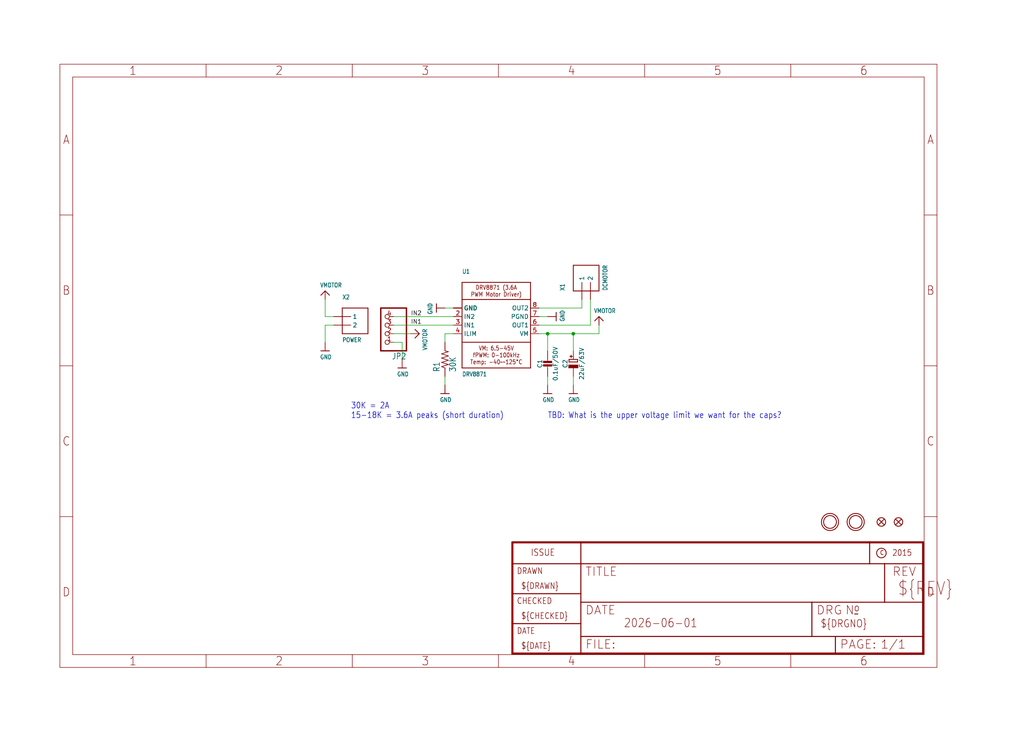
<source format=kicad_sch>
(kicad_sch (version 20230121) (generator eeschema)
  (paper "User" 303.962 217.322)
  (lib_symbols
    (symbol "working-eagle-import:CAP_CERAMIC0805-NOOUTLINE"
      (property "Reference" "C" (at -2.29 1.25 90))
      (symbol "CAP_CERAMIC0805-NOOUTLINE_1_0"
        (rectangle (start -1.27 0.508) (end 1.27 1.016) (fill (type outline)))
        (rectangle (start -1.27 1.524) (end 1.27 2.032) (fill (type outline)))
        (polyline (pts (xy 0 0.762) (xy 0 0)) (stroke (width 0.1524)))
        (polyline (pts (xy 0 2.54) (xy 0 1.778)) (stroke (width 0.1524)))
        (pin passive line (at 0 5.08 270) (length 2.54) (name "1") (number "1"))
        (pin passive line (at 0 -2.54 90) (length 2.54) (name "2") (number "2"))
      )
    )
    (symbol "working-eagle-import:CAP_ELECTROLYTICPANASONIC_D"
      (property "Reference" "C" (at -2.39 1.25 90))
      (symbol "CAP_ELECTROLYTICPANASONIC_D_1_0"
        (rectangle (start -1.397 0) (end 1.397 0.889) (fill (type outline)))
        (polyline (pts (xy -1.27 1.778) (xy -1.27 2.54)) (stroke (width 0.254)))
        (polyline (pts (xy -1.27 2.54) (xy 1.27 2.54)) (stroke (width 0.254)))
        (polyline (pts (xy -1.016 3.429) (xy -0.254 3.429)) (stroke (width 0.254)))
        (polyline (pts (xy -0.635 3.81) (xy -0.635 3.048)) (stroke (width 0.254)))
        (polyline (pts (xy 1.27 1.778) (xy -1.27 1.778)) (stroke (width 0.254)))
        (polyline (pts (xy 1.27 2.54) (xy 1.27 1.778)) (stroke (width 0.254)))
        (pin passive line (at 0 5.08 270) (length 2.54) (name "+") (number "+"))
        (pin passive line (at 0 -2.54 90) (length 2.54) (name "-") (number "-"))
      )
    )
    (symbol "working-eagle-import:DRV8871"
      (property "Reference" "U" (at -10.16 15.24 0))
      (symbol "DRV8871_1_0"
        (polyline (pts (xy -10.16 -12.7) (xy 10.16 -12.7)) (stroke (width 0.254)))
        (polyline (pts (xy -10.16 -5.08) (xy -10.16 -12.7)) (stroke (width 0.254)))
        (polyline (pts (xy -10.16 -5.08) (xy -10.16 7.62)) (stroke (width 0.254)))
        (polyline (pts (xy -10.16 7.62) (xy -10.16 12.7)) (stroke (width 0.254)))
        (polyline (pts (xy -10.16 7.62) (xy 10.16 7.62)) (stroke (width 0.254)))
        (polyline (pts (xy -10.16 12.7) (xy 10.16 12.7)) (stroke (width 0.254)))
        (polyline (pts (xy 10.16 -12.7) (xy 10.16 -5.08)) (stroke (width 0.254)))
        (polyline (pts (xy 10.16 -5.08) (xy -10.16 -5.08)) (stroke (width 0.254)))
        (polyline (pts (xy 10.16 7.62) (xy 10.16 -5.08)) (stroke (width 0.254)))
        (polyline (pts (xy 10.16 12.7) (xy 10.16 7.62)) (stroke (width 0.254)))
        (text "DRV8871 (3.6A\nPWM Motor Driver)" (at 0 10.16 0) (effects (font (size 1.27 1.0795))))
        (text "VM: 6.5-45V\nfPWM: 0-100kHz\nTemp: -40~~125°C" (at 0 -8.89 0) (effects (font (size 1.27 1.0795))))
        (pin power_in line (at -12.7 5.08 0) (length 2.54) (name "GND") (number "1"))
        (pin input line (at -12.7 2.54 0) (length 2.54) (name "IN2") (number "2"))
        (pin input line (at -12.7 0 0) (length 2.54) (name "IN1") (number "3"))
        (pin input line (at -12.7 -2.54 0) (length 2.54) (name "ILIM") (number "4"))
        (pin power_in line (at 12.7 -2.54 180) (length 2.54) (name "VM") (number "5"))
        (pin output line (at 12.7 0 180) (length 2.54) (name "OUT1") (number "6"))
        (pin power_in line (at 12.7 2.54 180) (length 2.54) (name "PGND") (number "7"))
        (pin output line (at 12.7 5.08 180) (length 2.54) (name "OUT2") (number "8"))
        (pin power_in line (at -12.7 5.08 0) (length 2.54) (name "GND") (number "GND"))
        (pin power_in line (at -12.7 5.08 0) (length 2.54) (name "GND") (number "P$1"))
        (pin power_in line (at -12.7 5.08 0) (length 2.54) (name "GND") (number "P$2"))
        (pin power_in line (at -12.7 5.08 0) (length 2.54) (name "GND") (number "P$3"))
        (pin power_in line (at -12.7 5.08 0) (length 2.54) (name "GND") (number "P$4"))
      )
    )
    (symbol "working-eagle-import:FIDUCIAL{dblquote}{dblquote}"
      (symbol "FIDUCIAL{dblquote}{dblquote}_1_0"
        (polyline (pts (xy -0.762 0.762) (xy 0.762 -0.762)) (stroke (width 0.254)))
        (polyline (pts (xy 0.762 0.762) (xy -0.762 -0.762)) (stroke (width 0.254)))
        (circle (center 0 0) (radius 1.27) (stroke (width 0.254)))
      )
    )
    (symbol "working-eagle-import:FLIPFLOP-RES"
      (property "Reference" "R" (at -3.81 1.4986 0))
      (symbol "FLIPFLOP-RES_1_0"
        (polyline (pts (xy -2.54 0) (xy -2.159 1.016)) (stroke (width 0.2032)))
        (polyline (pts (xy -2.159 1.016) (xy -1.524 -1.016)) (stroke (width 0.2032)))
        (polyline (pts (xy -1.524 -1.016) (xy -0.889 1.016)) (stroke (width 0.2032)))
        (polyline (pts (xy -0.889 1.016) (xy -0.254 -1.016)) (stroke (width 0.2032)))
        (polyline (pts (xy -0.254 -1.016) (xy 0.381 1.016)) (stroke (width 0.2032)))
        (polyline (pts (xy 0.381 1.016) (xy 1.016 -1.016)) (stroke (width 0.2032)))
        (polyline (pts (xy 1.016 -1.016) (xy 1.651 1.016)) (stroke (width 0.2032)))
        (polyline (pts (xy 1.651 1.016) (xy 2.286 -1.016)) (stroke (width 0.2032)))
        (polyline (pts (xy 2.286 -1.016) (xy 2.54 0)) (stroke (width 0.2032)))
        (pin passive line (at -5.08 0 0) (length 2.54) (name "1") (number "1"))
        (pin passive line (at 5.08 0 180) (length 2.54) (name "2") (number "2"))
      )
    )
    (symbol "working-eagle-import:FRAME_A4"
      (symbol "FRAME_A4_1_0"
        (polyline (pts (xy 0 44.7675) (xy 3.81 44.7675)))
        (polyline (pts (xy 0 89.535) (xy 3.81 89.535)))
        (polyline (pts (xy 0 134.3025) (xy 3.81 134.3025)))
        (polyline (pts (xy 3.81 3.81) (xy 3.81 175.26)))
        (polyline (pts (xy 43.3917 0) (xy 43.3917 3.81)))
        (polyline (pts (xy 43.3917 175.26) (xy 43.3917 179.07)))
        (polyline (pts (xy 86.7833 0) (xy 86.7833 3.81)))
        (polyline (pts (xy 86.7833 175.26) (xy 86.7833 179.07)))
        (polyline (pts (xy 130.175 0) (xy 130.175 3.81)))
        (polyline (pts (xy 130.175 175.26) (xy 130.175 179.07)))
        (polyline (pts (xy 173.5667 0) (xy 173.5667 3.81)))
        (polyline (pts (xy 173.5667 175.26) (xy 173.5667 179.07)))
        (polyline (pts (xy 216.9583 0) (xy 216.9583 3.81)))
        (polyline (pts (xy 216.9583 175.26) (xy 216.9583 179.07)))
        (polyline (pts (xy 256.54 3.81) (xy 3.81 3.81)))
        (polyline (pts (xy 256.54 3.81) (xy 256.54 8.89)) (stroke (width 0.1016)))
        (polyline (pts (xy 256.54 3.81) (xy 256.54 175.26)))
        (polyline (pts (xy 256.54 8.89) (xy 256.54 13.97)) (stroke (width 0.1016)))
        (polyline (pts (xy 256.54 13.97) (xy 256.54 19.05)) (stroke (width 0.1016)))
        (polyline (pts (xy 256.54 19.05) (xy 256.54 36.83)) (stroke (width 0.1016)))
        (polyline (pts (xy 256.54 44.7675) (xy 260.35 44.7675)))
        (polyline (pts (xy 256.54 89.535) (xy 260.35 89.535)))
        (polyline (pts (xy 256.54 134.3025) (xy 260.35 134.3025)))
        (polyline (pts (xy 256.54 175.26) (xy 3.81 175.26)))
        (polyline (pts (xy 0 0) (xy 260.35 0) (xy 260.35 179.07) (xy 0 179.07) (xy 0 0)))
        (text "1" (at 21.6958 1.905 0) (effects (font (size 2.54 2.286))))
        (text "1" (at 21.6958 177.165 0) (effects (font (size 2.54 2.286))))
        (text "2" (at 65.0875 1.905 0) (effects (font (size 2.54 2.286))))
        (text "2" (at 65.0875 177.165 0) (effects (font (size 2.54 2.286))))
        (text "3" (at 108.4792 1.905 0) (effects (font (size 2.54 2.286))))
        (text "3" (at 108.4792 177.165 0) (effects (font (size 2.54 2.286))))
        (text "4" (at 151.8708 1.905 0) (effects (font (size 2.54 2.286))))
        (text "4" (at 151.8708 177.165 0) (effects (font (size 2.54 2.286))))
        (text "5" (at 195.2625 1.905 0) (effects (font (size 2.54 2.286))))
        (text "5" (at 195.2625 177.165 0) (effects (font (size 2.54 2.286))))
        (text "6" (at 238.6542 1.905 0) (effects (font (size 2.54 2.286))))
        (text "6" (at 238.6542 177.165 0) (effects (font (size 2.54 2.286))))
        (text "A" (at 1.905 156.6863 0) (effects (font (size 2.54 2.286))))
        (text "A" (at 258.445 156.6863 0) (effects (font (size 2.54 2.286))))
        (text "B" (at 1.905 111.9188 0) (effects (font (size 2.54 2.286))))
        (text "B" (at 258.445 111.9188 0) (effects (font (size 2.54 2.286))))
        (text "C" (at 1.905 67.1513 0) (effects (font (size 2.54 2.286))))
        (text "C" (at 258.445 67.1513 0) (effects (font (size 2.54 2.286))))
        (text "D" (at 1.905 22.3838 0) (effects (font (size 2.54 2.286))))
        (text "D" (at 258.445 22.3838 0) (effects (font (size 2.54 2.286))))
      )
      (symbol "FRAME_A4_2_0"
        (polyline (pts (xy -0.3048 1.5748) (xy 20.0152 1.5748)) (stroke (width 0.6096)))
        (polyline (pts (xy -0.3048 10.4648) (xy -0.3048 1.5748)) (stroke (width 0.6096)))
        (polyline (pts (xy -0.3048 10.4648) (xy 20.0152 10.4648)) (stroke (width 0.3048)))
        (polyline (pts (xy -0.3048 19.3548) (xy -0.3048 10.4648)) (stroke (width 0.6096)))
        (polyline (pts (xy -0.3048 19.3548) (xy 20.0152 19.3548)) (stroke (width 0.3048)))
        (polyline (pts (xy -0.3048 28.2448) (xy -0.3048 19.3548)) (stroke (width 0.6096)))
        (polyline (pts (xy -0.3048 28.2448) (xy 20.0152 28.2448)) (stroke (width 0.3048)))
        (polyline (pts (xy -0.3048 34.5948) (xy -0.3048 28.2448)) (stroke (width 0.6096)))
        (polyline (pts (xy 20.0152 1.5748) (xy 20.0152 6.6548)) (stroke (width 0.3048)))
        (polyline (pts (xy 20.0152 1.5748) (xy 95.5802 1.5748)) (stroke (width 0.6096)))
        (polyline (pts (xy 20.0152 6.6548) (xy 20.0152 10.4648)) (stroke (width 0.3048)))
        (polyline (pts (xy 20.0152 6.6548) (xy 88.5952 6.6548)) (stroke (width 0.3048)))
        (polyline (pts (xy 20.0152 10.4648) (xy 20.0152 16.8148)) (stroke (width 0.3048)))
        (polyline (pts (xy 20.0152 16.8148) (xy 20.0152 19.3548)) (stroke (width 0.3048)))
        (polyline (pts (xy 20.0152 19.3548) (xy 20.0152 28.2448)) (stroke (width 0.3048)))
        (polyline (pts (xy 20.0152 28.2448) (xy 20.0152 34.5948)) (stroke (width 0.3048)))
        (polyline (pts (xy 20.0152 28.2448) (xy 105.7402 28.2448)) (stroke (width 0.3048)))
        (polyline (pts (xy 20.0152 34.5948) (xy -0.3048 34.5948)) (stroke (width 0.6096)))
        (polyline (pts (xy 88.5952 6.6548) (xy 95.5802 6.6548)) (stroke (width 0.3048)))
        (polyline (pts (xy 88.5952 16.8148) (xy 20.0152 16.8148)) (stroke (width 0.3048)))
        (polyline (pts (xy 88.5952 16.8148) (xy 88.5952 6.6548)) (stroke (width 0.3048)))
        (polyline (pts (xy 95.5802 1.5748) (xy 121.6152 1.5748)) (stroke (width 0.6096)))
        (polyline (pts (xy 95.5802 6.6548) (xy 95.5802 1.5748)) (stroke (width 0.3048)))
        (polyline (pts (xy 95.5802 6.6548) (xy 121.6152 6.6548)) (stroke (width 0.3048)))
        (polyline (pts (xy 101.2952 13.3223) (xy 102.2477 13.3223)) (stroke (width 0.254)))
        (polyline (pts (xy 105.7402 28.2448) (xy 105.7402 34.5948)) (stroke (width 0.3048)))
        (polyline (pts (xy 105.7402 28.2448) (xy 110.1852 28.2448)) (stroke (width 0.3048)))
        (polyline (pts (xy 105.7402 34.5948) (xy 20.0152 34.5948)) (stroke (width 0.6096)))
        (polyline (pts (xy 110.1852 16.8148) (xy 88.5952 16.8148)) (stroke (width 0.3048)))
        (polyline (pts (xy 110.1852 28.2448) (xy 110.1852 16.8148)) (stroke (width 0.3048)))
        (polyline (pts (xy 110.1852 28.2448) (xy 121.6152 28.2448)) (stroke (width 0.3048)))
        (polyline (pts (xy 121.6152 6.6548) (xy 121.6152 1.5748)) (stroke (width 0.6096)))
        (polyline (pts (xy 121.6152 16.8148) (xy 110.1852 16.8148)) (stroke (width 0.3048)))
        (polyline (pts (xy 121.6152 16.8148) (xy 121.6152 6.6548)) (stroke (width 0.6096)))
        (polyline (pts (xy 121.6152 28.2448) (xy 121.6152 16.8148)) (stroke (width 0.6096)))
        (polyline (pts (xy 121.6152 34.5948) (xy 105.7402 34.5948)) (stroke (width 0.6096)))
        (polyline (pts (xy 121.6152 34.5948) (xy 121.6152 28.2448)) (stroke (width 0.6096)))
        (circle (center 109.2327 31.4198) (radius 1.4199) (stroke (width 0.254)))
        (text "${#}/${##}" (at 108.9152 2.8448 0) (effects (font (size 2.54 2.54)) (justify left bottom)))
        (text "${CHECKED}" (at 2.2352 11.7348 0) (effects (font (size 1.778 1.5113)) (justify left bottom)))
        (text "${COMPANY}" (at 23.349 29.6735 0) (effects (font (size 3.175 2.6987) (thickness 0.5397) bold) (justify left bottom)))
        (text "${CURRENT_DATE}" (at 32.7152 9.1948 0) (effects (font (size 2.54 2.159)) (justify left bottom)))
        (text "${DATE}" (at 2.2352 2.8448 0) (effects (font (size 1.778 1.5113)) (justify left bottom)))
        (text "${DRAWN}" (at 2.2352 20.6248 0) (effects (font (size 1.778 1.5113)) (justify left bottom)))
        (text "${DRGNO}" (at 91.1352 9.1948 0) (effects (font (size 2.1844 1.8567)) (justify left bottom)))
        (text "${PROJECTNAME}" (at 33.0327 2.8448 0) (effects (font (size 2.54 2.159)) (justify left bottom)))
        (text "${REV}" (at 113.9952 18.7198 0) (effects (font (size 3.81 3.2385)) (justify left bottom)))
        (text "2015" (at 112.4077 30.4673 0) (effects (font (size 1.778 1.5113)) (justify left bottom)))
        (text "C" (at 108.7564 30.7848 0) (effects (font (size 1.27 1.0795)) (justify left bottom)))
        (text "CHECKED" (at 0.9652 16.1798 0) (effects (font (size 1.778 1.5113)) (justify left bottom)))
        (text "DATE" (at 0.9652 7.2898 0) (effects (font (size 1.778 1.5113)) (justify left bottom)))
        (text "DATE" (at 21.2852 13.0048 0) (effects (font (size 2.54 2.54)) (justify left bottom)))
        (text "DRAWN" (at 0.9652 25.0698 0) (effects (font (size 1.778 1.5113)) (justify left bottom)))
        (text "DRG" (at 89.8652 13.0048 0) (effects (font (size 2.54 2.54)) (justify left bottom)))
        (text "FILE:" (at 21.2852 2.8448 0) (effects (font (size 2.54 2.54)) (justify left bottom)))
        (text "ISSUE" (at 5.0927 30.4673 0) (effects (font (size 1.9304 1.6408)) (justify left bottom)))
        (text "N" (at 98.4377 13.0048 0) (effects (font (size 2.54 2.54)) (justify left bottom)))
        (text "o" (at 100.9777 13.9573 0) (effects (font (size 2.1844 1.8567)) (justify left bottom)))
        (text "PAGE:" (at 96.8502 2.8448 0) (effects (font (size 2.54 2.54)) (justify left bottom)))
        (text "REV" (at 112.4077 24.4348 0) (effects (font (size 2.54 2.54)) (justify left bottom)))
        (text "TITLE" (at 21.2852 24.4348 0) (effects (font (size 2.54 2.54)) (justify left bottom)))
      )
    )
    (symbol "working-eagle-import:GND" (power)
      (property "Value" "GND" (at -1.524 -2.54 0))
      (symbol "GND_1_0"
        (polyline (pts (xy -1.27 0) (xy 1.27 0)) (stroke (width 0.254)))
        (pin power_in line (at 0 2.54 270) (length 2.54) (name "GND") (number "1"))
      )
    )
    (symbol "working-eagle-import:HEADER-1X476MIL"
      (property "Reference" "JP" (at -6.35 8.255 0))
      (symbol "HEADER-1X476MIL_1_0"
        (polyline (pts (xy -6.35 -5.08) (xy 1.27 -5.08)) (stroke (width 0.4064)))
        (polyline (pts (xy -6.35 7.62) (xy -6.35 -5.08)) (stroke (width 0.4064)))
        (polyline (pts (xy 1.27 -5.08) (xy 1.27 7.62)) (stroke (width 0.4064)))
        (polyline (pts (xy 1.27 7.62) (xy -6.35 7.62)) (stroke (width 0.4064)))
        (pin passive inverted (at -2.54 5.08 0) (length 2.54) (name "1") (number "1"))
        (pin passive inverted (at -2.54 2.54 0) (length 2.54) (name "2") (number "2"))
        (pin passive inverted (at -2.54 0 0) (length 2.54) (name "3") (number "3"))
        (pin passive inverted (at -2.54 -2.54 0) (length 2.54) (name "4") (number "4"))
      )
    )
    (symbol "working-eagle-import:MOUNTINGHOLE2.5"
      (symbol "MOUNTINGHOLE2.5_1_0"
        (circle (center 0 0) (radius 1.905) (stroke (width 0.254)))
        (circle (center 0 0) (radius 2.54) (stroke (width 0.254)))
      )
    )
    (symbol "working-eagle-import:TERMBLOCK_1X2"
      (property "Reference" "X" (at -2.54 7.62 0))
      (symbol "TERMBLOCK_1X2_1_0"
        (polyline (pts (xy -2.54 -2.54) (xy 5.08 -2.54)) (stroke (width 0.254)))
        (polyline (pts (xy -2.54 5.08) (xy -2.54 -2.54)) (stroke (width 0.254)))
        (polyline (pts (xy 5.08 -2.54) (xy 5.08 5.08)) (stroke (width 0.254)))
        (polyline (pts (xy 5.08 5.08) (xy -2.54 5.08)) (stroke (width 0.254)))
        (pin passive line (at -5.08 2.54 0) (length 5.08) (name "1") (number "1"))
        (pin passive line (at -5.08 0 0) (length 5.08) (name "2") (number "2"))
      )
    )
    (symbol "working-eagle-import:VMOTOR" (power)
      (property "Value" "VMOTOR" (at -1.524 1.016 0))
      (symbol "VMOTOR_1_0"
        (polyline (pts (xy -1.27 -1.27) (xy 0 0)) (stroke (width 0.254)))
        (polyline (pts (xy 0 0) (xy 1.27 -1.27)) (stroke (width 0.254)))
        (pin power_in line (at 0 -2.54 90) (length 2.54) (name "VMOTOR") (number "1"))
      )
    )
  )
  (junction (at 162.56 99.06))
  (junction (at 170.18 99.06))
  (wire (pts (xy 96.52 96.52) (xy 96.52 101.6)) (stroke (width 0.1524)))
  (wire (pts (xy 96.52 93.98) (xy 96.52 88.9)) (stroke (width 0.1524)))
  (wire (pts (xy 172.72 91.44) (xy 172.72 88.9)) (stroke (width 0.1524)))
  (wire (pts (xy 134.62 91.44) (xy 132.08 91.44)) (stroke (width 0.1524)))
  (wire (pts (xy 162.56 104.14) (xy 162.56 99.06)) (stroke (width 0.1524)))
  (wire (pts (xy 160.02 93.98) (xy 162.56 93.98)) (stroke (width 0.1524)))
  (wire (pts (xy 160.02 91.44) (xy 172.72 91.44)) (stroke (width 0.1524)))
  (wire (pts (xy 134.62 99.06) (xy 132.08 99.06)) (stroke (width 0.1524)))
  (wire (pts (xy 132.08 111.76) (xy 132.08 114.3)) (stroke (width 0.1524)))
  (wire (pts (xy 160.02 96.52) (xy 175.26 96.52)) (stroke (width 0.1524)))
  (wire (pts (xy 170.18 111.76) (xy 170.18 114.3)) (stroke (width 0.1524)))
  (wire (pts (xy 132.08 99.06) (xy 132.08 101.6)) (stroke (width 0.1524)))
  (wire (pts (xy 99.06 93.98) (xy 96.52 93.98)) (stroke (width 0.1524)))
  (wire (pts (xy 162.56 99.06) (xy 170.18 99.06)) (stroke (width 0.1524)))
  (wire (pts (xy 116.84 101.6) (xy 119.38 101.6)) (stroke (width 0.1524)))
  (wire (pts (xy 162.56 111.76) (xy 162.56 114.3)) (stroke (width 0.1524)))
  (wire (pts (xy 175.26 96.52) (xy 175.26 88.9)) (stroke (width 0.1524)))
  (wire (pts (xy 119.38 101.6) (xy 119.38 106.68)) (stroke (width 0.1524)))
  (wire (pts (xy 134.62 96.52) (xy 116.84 96.52)) (stroke (width 0.1524)))
  (wire (pts (xy 99.06 96.52) (xy 96.52 96.52)) (stroke (width 0.1524)))
  (wire (pts (xy 160.02 99.06) (xy 162.56 99.06)) (stroke (width 0.1524)))
  (wire (pts (xy 170.18 99.06) (xy 170.18 104.14)) (stroke (width 0.1524)))
  (wire (pts (xy 134.62 93.98) (xy 116.84 93.98)) (stroke (width 0.1524)))
  (wire (pts (xy 116.84 99.06) (xy 121.92 99.06)) (stroke (width 0.1524)))
  (wire (pts (xy 170.18 99.06) (xy 177.8 99.06)) (stroke (width 0.1524)))
  (wire (pts (xy 177.8 99.06) (xy 177.8 96.52)) (stroke (width 0.1524)))
  (text "30K = 2A\n15-18K = 3.6A peaks (short duration~{})" (at 104.14 124.46 0) (effects (font (size 1.778 1.5113)) (justify left bottom)))
  (text "TBD: What is the upper voltage limit we want for the caps?" (at 162.56 124.46 0) (effects (font (size 1.778 1.5113)) (justify left bottom)))
  (label "IN1" (at 121.92 96.52 0) (effects (font (size 1.2446 1.2446))))
  (label "IN2" (at 121.92 93.98 0) (effects (font (size 1.2446 1.2446))))
  (symbol (lib_id "working-eagle-import:TERMBLOCK_1X2") (at 175.26 83.82 90) (unit 1)
    (property "Reference" "X1" (at 167.64 86.36 0) (effects (font (size 1.27 1.0795)) (justify left bottom)))
    (property "Value" "DCMOTOR" (at 180.34 86.36 0) (effects (font (size 1.27 1.0795)) (justify left bottom)))
    (property "Footprint" "working:TERMBLOCK_1X2-3.5MM" (effects hide))
  )
  (symbol (lib_id "working-eagle-import:CAP_CERAMIC0805-NOOUTLINE") (at 162.56 109.22 0) (unit 1)
    (property "Reference" "C1" (at 160.27 107.97 90))
    (property "Value" "0.1uF/50V" (at 164.86 107.97 90))
    (property "Footprint" "working:0805-NO" (effects hide))
  )
  (symbol (lib_id "working-eagle-import:FRAME_A4") (at 152.4 195.58 0) (unit 2)
    (property "Reference" "#FRAME1" (effects hide))
    (property "Value" "FRAME_A4" (effects hide))
  )
  (symbol (lib_id "working-eagle-import:GND") (at 119.38 109.22 0) (unit 1)
    (property "Reference" "#U$13" (effects hide))
    (property "Value" "GND" (at 117.856 111.76 0) (effects (font (size 1.27 1.0795)) (justify left bottom)))
  )
  (symbol (lib_id "working-eagle-import:VMOTOR") (at 124.46 99.06 270) (unit 1)
    (property "Reference" "#U$16" (effects hide))
    (property "Value" "VMOTOR" (at 125.476 97.536 0) (effects (font (size 1.27 1.0795)) (justify left bottom)))
  )
  (symbol (lib_id "working-eagle-import:GND") (at 170.18 116.84 0) (unit 1)
    (property "Reference" "#U$2" (effects hide))
    (property "Value" "GND" (at 168.656 119.38 0) (effects (font (size 1.27 1.0795)) (justify left bottom)))
  )
  (symbol (lib_id "working-eagle-import:GND") (at 162.56 116.84 0) (unit 1)
    (property "Reference" "#U$1" (effects hide))
    (property "Value" "GND" (at 161.036 119.38 0) (effects (font (size 1.27 1.0795)) (justify left bottom)))
  )
  (symbol (lib_id "working-eagle-import:HEADER-1X476MIL") (at 114.3 96.52 180) (unit 1)
    (property "Reference" "JP2" (at 120.65 104.775 0) (effects (font (size 1.778 1.5113)) (justify left bottom)))
    (property "Value" "HEADER-1X476MIL" (effects hide))
    (property "Footprint" "working:1X04_ROUND_76" (effects hide))
  )
  (symbol (lib_id "working-eagle-import:FIDUCIAL{dblquote}{dblquote}") (at 261.62 154.94 0) (unit 1)
    (property "Reference" "FID2" (effects hide))
    (property "Value" "FIDUCIAL{dblquote}{dblquote}" (effects hide))
    (property "Footprint" "working:FIDUCIAL_1MM" (effects hide))
  )
  (symbol (lib_id "working-eagle-import:DRV8871") (at 147.32 96.52 0) (unit 1)
    (property "Reference" "U1" (at 137.16 81.28 0) (effects (font (size 1.27 1.0795)) (justify left bottom)))
    (property "Value" "DRV8871" (at 137.16 111.76 0) (effects (font (size 1.27 1.0795)) (justify left bottom)))
    (property "Footprint" "working:HSOP8" (effects hide))
  )
  (symbol (lib_id "working-eagle-import:FLIPFLOP-RES") (at 132.08 106.68 90) (unit 1)
    (property "Reference" "R1" (at 130.5814 110.49 0) (effects (font (size 1.778 1.5113)) (justify left bottom)))
    (property "Value" "30K" (at 135.382 110.49 0) (effects (font (size 1.778 1.5113)) (justify left bottom)))
    (property "Footprint" "working:0805-THM" (effects hide))
  )
  (symbol (lib_id "working-eagle-import:FRAME_A4") (at 17.78 198.12 0) (unit 1)
    (property "Reference" "#FRAME1" (effects hide))
    (property "Value" "FRAME_A4" (effects hide))
  )
  (symbol (lib_id "working-eagle-import:GND") (at 165.1 93.98 90) (unit 1)
    (property "Reference" "#U$4" (effects hide))
    (property "Value" "GND" (at 167.64 95.504 0) (effects (font (size 1.27 1.0795)) (justify left bottom)))
  )
  (symbol (lib_id "working-eagle-import:MOUNTINGHOLE2.5") (at 246.38 154.94 0) (unit 1)
    (property "Reference" "U$10" (effects hide))
    (property "Value" "MOUNTINGHOLE2.5" (effects hide))
    (property "Footprint" "working:MOUNTINGHOLE_2.5_PLATED" (effects hide))
  )
  (symbol (lib_id "working-eagle-import:GND") (at 132.08 116.84 0) (unit 1)
    (property "Reference" "#U$5" (effects hide))
    (property "Value" "GND" (at 130.556 119.38 0) (effects (font (size 1.27 1.0795)) (justify left bottom)))
  )
  (symbol (lib_id "working-eagle-import:CAP_ELECTROLYTICPANASONIC_D") (at 170.18 109.22 0) (unit 1)
    (property "Reference" "C2" (at 167.79 107.97 90))
    (property "Value" "22uF/63V" (at 172.68 107.97 90))
    (property "Footprint" "working:PANASONIC_D" (effects hide))
  )
  (symbol (lib_id "working-eagle-import:VMOTOR") (at 177.8 93.98 0) (unit 1)
    (property "Reference" "#U$6" (effects hide))
    (property "Value" "VMOTOR" (at 176.276 92.964 0) (effects (font (size 1.27 1.0795)) (justify left bottom)))
  )
  (symbol (lib_id "working-eagle-import:TERMBLOCK_1X2") (at 104.14 96.52 0) (unit 1)
    (property "Reference" "X2" (at 101.6 88.9 0) (effects (font (size 1.27 1.0795)) (justify left bottom)))
    (property "Value" "POWER" (at 101.6 101.6 0) (effects (font (size 1.27 1.0795)) (justify left bottom)))
    (property "Footprint" "working:TERMBLOCK_1X2-3.5MM" (effects hide))
  )
  (symbol (lib_id "working-eagle-import:GND") (at 129.54 91.44 270) (unit 1)
    (property "Reference" "#U$3" (effects hide))
    (property "Value" "GND" (at 127 89.916 0) (effects (font (size 1.27 1.0795)) (justify left bottom)))
  )
  (symbol (lib_id "working-eagle-import:GND") (at 96.52 104.14 0) (unit 1)
    (property "Reference" "#U$8" (effects hide))
    (property "Value" "GND" (at 94.996 106.68 0) (effects (font (size 1.27 1.0795)) (justify left bottom)))
  )
  (symbol (lib_id "working-eagle-import:FIDUCIAL{dblquote}{dblquote}") (at 266.7 154.94 0) (unit 1)
    (property "Reference" "FID1" (effects hide))
    (property "Value" "FIDUCIAL{dblquote}{dblquote}" (effects hide))
    (property "Footprint" "working:FIDUCIAL_1MM" (effects hide))
  )
  (symbol (lib_id "working-eagle-import:VMOTOR") (at 96.52 86.36 0) (unit 1)
    (property "Reference" "#U$7" (effects hide))
    (property "Value" "VMOTOR" (at 94.996 85.344 0) (effects (font (size 1.27 1.0795)) (justify left bottom)))
  )
  (symbol (lib_id "working-eagle-import:MOUNTINGHOLE2.5") (at 254 154.94 0) (unit 1)
    (property "Reference" "U$9" (effects hide))
    (property "Value" "MOUNTINGHOLE2.5" (effects hide))
    (property "Footprint" "working:MOUNTINGHOLE_2.5_PLATED" (effects hide))
  )
)
</source>
